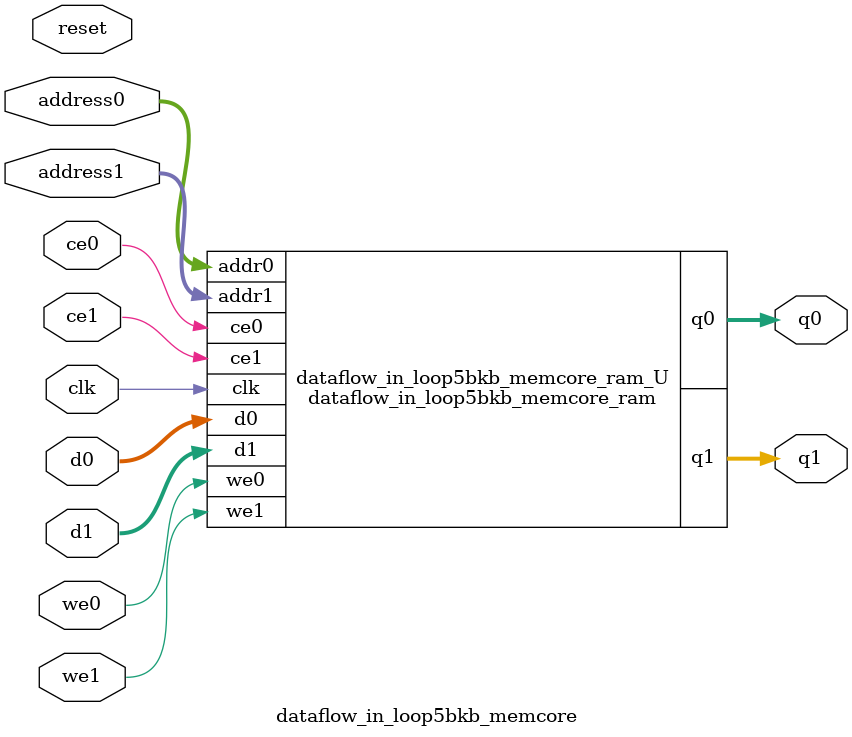
<source format=v>

`timescale 1 ns / 1 ps
module dataflow_in_loop5bkb_memcore_ram (addr0, ce0, d0, we0, q0, addr1, ce1, d1, we1, q1,  clk);

parameter DWIDTH = 64;
parameter AWIDTH = 10;
parameter MEM_SIZE = 1024;

input[AWIDTH-1:0] addr0;
input ce0;
input[DWIDTH-1:0] d0;
input we0;
output reg[DWIDTH-1:0] q0;
input[AWIDTH-1:0] addr1;
input ce1;
input[DWIDTH-1:0] d1;
input we1;
output reg[DWIDTH-1:0] q1;
input clk;

(* ram_style = "block" *)reg [DWIDTH-1:0] ram[0:MEM_SIZE-1];




always @(posedge clk)  
begin 
    if (ce0) 
    begin
        if (we0) 
        begin 
            ram[addr0] <= d0; 
            q0 <= d0;
        end 
        else 
            q0 <= ram[addr0];
    end
end


always @(posedge clk)  
begin 
    if (ce1) 
    begin
        if (we1) 
        begin 
            ram[addr1] <= d1; 
            q1 <= d1;
        end 
        else 
            q1 <= ram[addr1];
    end
end


endmodule


`timescale 1 ns / 1 ps
module dataflow_in_loop5bkb_memcore(
    reset,
    clk,
    address0,
    ce0,
    we0,
    d0,
    q0,
    address1,
    ce1,
    we1,
    d1,
    q1);

parameter DataWidth = 32'd64;
parameter AddressRange = 32'd1024;
parameter AddressWidth = 32'd10;
input reset;
input clk;
input[AddressWidth - 1:0] address0;
input ce0;
input we0;
input[DataWidth - 1:0] d0;
output[DataWidth - 1:0] q0;
input[AddressWidth - 1:0] address1;
input ce1;
input we1;
input[DataWidth - 1:0] d1;
output[DataWidth - 1:0] q1;



dataflow_in_loop5bkb_memcore_ram dataflow_in_loop5bkb_memcore_ram_U(
    .clk( clk ),
    .addr0( address0 ),
    .ce0( ce0 ),
    .d0( d0 ),
    .we0( we0 ),
    .q0( q0 ),
    .addr1( address1 ),
    .ce1( ce1 ),
    .d1( d1 ),
    .we1( we1 ),
    .q1( q1 ));

endmodule


</source>
